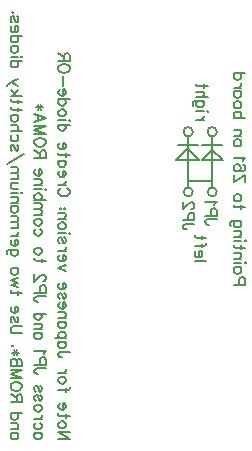
<source format=gbo>
G04 Layer: BottomSilkscreenLayer*
G04 EasyEDA v6.5.29, 2023-07-31 08:11:24*
G04 1ebaea4ae95649dd8011ffabadda3e85,10*
G04 Gerber Generator version 0.2*
G04 Scale: 100 percent, Rotated: No, Reflected: No *
G04 Dimensions in millimeters *
G04 leading zeros omitted , absolute positions ,4 integer and 5 decimal *
%FSLAX45Y45*%
%MOMM*%

%ADD10C,0.1524*%
%ADD11C,0.2000*%

%LPD*%
D10*
X1447109Y-3733800D02*
G01*
X1351653Y-3733800D01*
X1447109Y-3733800D02*
G01*
X1351653Y-3670162D01*
X1447109Y-3670162D02*
G01*
X1351653Y-3670162D01*
X1415290Y-3617437D02*
G01*
X1410746Y-3626528D01*
X1401653Y-3635618D01*
X1388018Y-3640162D01*
X1378927Y-3640162D01*
X1365290Y-3635618D01*
X1356199Y-3626528D01*
X1351653Y-3617437D01*
X1351653Y-3603800D01*
X1356199Y-3594709D01*
X1365290Y-3585618D01*
X1378927Y-3581072D01*
X1388018Y-3581072D01*
X1401653Y-3585618D01*
X1410746Y-3594709D01*
X1415290Y-3603800D01*
X1415290Y-3617437D01*
X1447109Y-3537437D02*
G01*
X1369837Y-3537437D01*
X1356199Y-3532891D01*
X1351653Y-3523800D01*
X1351653Y-3514709D01*
X1415290Y-3551072D02*
G01*
X1415290Y-3519253D01*
X1388018Y-3484709D02*
G01*
X1388018Y-3430163D01*
X1397109Y-3430163D01*
X1406199Y-3434709D01*
X1410746Y-3439253D01*
X1415290Y-3448347D01*
X1415290Y-3461981D01*
X1410746Y-3471072D01*
X1401653Y-3480163D01*
X1388018Y-3484709D01*
X1378927Y-3484709D01*
X1365290Y-3480163D01*
X1356199Y-3471072D01*
X1351653Y-3461981D01*
X1351653Y-3448347D01*
X1356199Y-3439253D01*
X1365290Y-3430163D01*
X1447109Y-3293800D02*
G01*
X1447109Y-3302891D01*
X1442562Y-3311982D01*
X1428927Y-3316528D01*
X1351653Y-3316528D01*
X1415290Y-3330163D02*
G01*
X1415290Y-3298347D01*
X1415290Y-3241073D02*
G01*
X1410746Y-3250163D01*
X1401653Y-3259254D01*
X1388018Y-3263800D01*
X1378927Y-3263800D01*
X1365290Y-3259254D01*
X1356199Y-3250163D01*
X1351653Y-3241073D01*
X1351653Y-3227438D01*
X1356199Y-3218347D01*
X1365290Y-3209254D01*
X1378927Y-3204710D01*
X1388018Y-3204710D01*
X1401653Y-3209254D01*
X1410746Y-3218347D01*
X1415290Y-3227438D01*
X1415290Y-3241073D01*
X1415290Y-3174710D02*
G01*
X1351653Y-3174710D01*
X1388018Y-3174710D02*
G01*
X1401653Y-3170163D01*
X1410746Y-3161073D01*
X1415290Y-3151982D01*
X1415290Y-3138347D01*
X1447109Y-2992892D02*
G01*
X1374381Y-2992892D01*
X1360746Y-2997438D01*
X1356199Y-3001982D01*
X1351653Y-3011073D01*
X1351653Y-3020164D01*
X1356199Y-3029254D01*
X1360746Y-3033801D01*
X1374381Y-3038347D01*
X1383471Y-3038347D01*
X1415290Y-2908348D02*
G01*
X1351653Y-2908348D01*
X1401653Y-2908348D02*
G01*
X1410746Y-2917438D01*
X1415290Y-2926529D01*
X1415290Y-2940164D01*
X1410746Y-2949254D01*
X1401653Y-2958348D01*
X1388018Y-2962892D01*
X1378927Y-2962892D01*
X1365290Y-2958348D01*
X1356199Y-2949254D01*
X1351653Y-2940164D01*
X1351653Y-2926529D01*
X1356199Y-2917438D01*
X1365290Y-2908348D01*
X1415290Y-2878348D02*
G01*
X1319837Y-2878348D01*
X1401653Y-2878348D02*
G01*
X1410746Y-2869255D01*
X1415290Y-2860164D01*
X1415290Y-2846529D01*
X1410746Y-2837439D01*
X1401653Y-2828348D01*
X1388018Y-2823801D01*
X1378927Y-2823801D01*
X1365290Y-2828348D01*
X1356199Y-2837439D01*
X1351653Y-2846529D01*
X1351653Y-2860164D01*
X1356199Y-2869255D01*
X1365290Y-2878348D01*
X1415290Y-2739255D02*
G01*
X1351653Y-2739255D01*
X1401653Y-2739255D02*
G01*
X1410746Y-2748348D01*
X1415290Y-2757439D01*
X1415290Y-2771073D01*
X1410746Y-2780164D01*
X1401653Y-2789255D01*
X1388018Y-2793801D01*
X1378927Y-2793801D01*
X1365290Y-2789255D01*
X1356199Y-2780164D01*
X1351653Y-2771073D01*
X1351653Y-2757439D01*
X1356199Y-2748348D01*
X1365290Y-2739255D01*
X1415290Y-2709255D02*
G01*
X1351653Y-2709255D01*
X1397109Y-2709255D02*
G01*
X1410746Y-2695620D01*
X1415290Y-2686530D01*
X1415290Y-2672892D01*
X1410746Y-2663802D01*
X1397109Y-2659255D01*
X1351653Y-2659255D01*
X1388018Y-2629255D02*
G01*
X1388018Y-2574711D01*
X1397109Y-2574711D01*
X1406199Y-2579255D01*
X1410746Y-2583802D01*
X1415290Y-2592892D01*
X1415290Y-2606530D01*
X1410746Y-2615620D01*
X1401653Y-2624711D01*
X1388018Y-2629255D01*
X1378927Y-2629255D01*
X1365290Y-2624711D01*
X1356199Y-2615620D01*
X1351653Y-2606530D01*
X1351653Y-2592892D01*
X1356199Y-2583802D01*
X1365290Y-2574711D01*
X1401653Y-2494711D02*
G01*
X1410746Y-2499255D01*
X1415290Y-2512893D01*
X1415290Y-2526530D01*
X1410746Y-2540165D01*
X1401653Y-2544711D01*
X1392562Y-2540165D01*
X1388018Y-2531074D01*
X1383471Y-2508349D01*
X1378927Y-2499255D01*
X1369837Y-2494711D01*
X1365290Y-2494711D01*
X1356199Y-2499255D01*
X1351653Y-2512893D01*
X1351653Y-2526530D01*
X1356199Y-2540165D01*
X1365290Y-2544711D01*
X1388018Y-2464711D02*
G01*
X1388018Y-2410165D01*
X1397109Y-2410165D01*
X1406199Y-2414711D01*
X1410746Y-2419256D01*
X1415290Y-2428349D01*
X1415290Y-2441983D01*
X1410746Y-2451074D01*
X1401653Y-2460165D01*
X1388018Y-2464711D01*
X1378927Y-2464711D01*
X1365290Y-2460165D01*
X1356199Y-2451074D01*
X1351653Y-2441983D01*
X1351653Y-2428349D01*
X1356199Y-2419256D01*
X1365290Y-2410165D01*
X1415290Y-2310165D02*
G01*
X1351653Y-2282893D01*
X1415290Y-2255621D02*
G01*
X1351653Y-2282893D01*
X1388018Y-2225621D02*
G01*
X1388018Y-2171075D01*
X1397109Y-2171075D01*
X1406199Y-2175621D01*
X1410746Y-2180165D01*
X1415290Y-2189256D01*
X1415290Y-2202893D01*
X1410746Y-2211984D01*
X1401653Y-2221075D01*
X1388018Y-2225621D01*
X1378927Y-2225621D01*
X1365290Y-2221075D01*
X1356199Y-2211984D01*
X1351653Y-2202893D01*
X1351653Y-2189256D01*
X1356199Y-2180165D01*
X1365290Y-2171075D01*
X1415290Y-2141075D02*
G01*
X1351653Y-2141075D01*
X1388018Y-2141075D02*
G01*
X1401653Y-2136531D01*
X1410746Y-2127440D01*
X1415290Y-2118349D01*
X1415290Y-2104712D01*
X1401653Y-2024712D02*
G01*
X1410746Y-2029256D01*
X1415290Y-2042894D01*
X1415290Y-2056531D01*
X1410746Y-2070166D01*
X1401653Y-2074712D01*
X1392562Y-2070166D01*
X1388018Y-2061075D01*
X1383471Y-2038350D01*
X1378927Y-2029256D01*
X1369837Y-2024712D01*
X1365290Y-2024712D01*
X1356199Y-2029256D01*
X1351653Y-2042894D01*
X1351653Y-2056531D01*
X1356199Y-2070166D01*
X1365290Y-2074712D01*
X1447109Y-1994712D02*
G01*
X1442562Y-1990166D01*
X1447109Y-1985622D01*
X1451653Y-1990166D01*
X1447109Y-1994712D01*
X1415290Y-1990166D02*
G01*
X1351653Y-1990166D01*
X1415290Y-1932894D02*
G01*
X1410746Y-1941984D01*
X1401653Y-1951075D01*
X1388018Y-1955622D01*
X1378927Y-1955622D01*
X1365290Y-1951075D01*
X1356199Y-1941984D01*
X1351653Y-1932894D01*
X1351653Y-1919257D01*
X1356199Y-1910166D01*
X1365290Y-1901075D01*
X1378927Y-1896531D01*
X1388018Y-1896531D01*
X1401653Y-1901075D01*
X1410746Y-1910166D01*
X1415290Y-1919257D01*
X1415290Y-1932894D01*
X1415290Y-1866531D02*
G01*
X1351653Y-1866531D01*
X1397109Y-1866531D02*
G01*
X1410746Y-1852894D01*
X1415290Y-1843803D01*
X1415290Y-1830166D01*
X1410746Y-1821075D01*
X1397109Y-1816531D01*
X1351653Y-1816531D01*
X1406199Y-1781985D02*
G01*
X1401653Y-1786531D01*
X1397109Y-1781985D01*
X1401653Y-1777441D01*
X1406199Y-1781985D01*
X1374381Y-1781985D02*
G01*
X1369837Y-1786531D01*
X1365290Y-1781985D01*
X1369837Y-1777441D01*
X1374381Y-1781985D01*
X1424381Y-1609257D02*
G01*
X1433471Y-1613804D01*
X1442562Y-1622894D01*
X1447109Y-1631985D01*
X1447109Y-1650166D01*
X1442562Y-1659257D01*
X1433471Y-1668350D01*
X1424381Y-1672894D01*
X1410746Y-1677441D01*
X1388018Y-1677441D01*
X1374381Y-1672894D01*
X1365290Y-1668350D01*
X1356199Y-1659257D01*
X1351653Y-1650166D01*
X1351653Y-1631985D01*
X1356199Y-1622894D01*
X1365290Y-1613804D01*
X1374381Y-1609257D01*
X1415290Y-1579257D02*
G01*
X1351653Y-1579257D01*
X1388018Y-1579257D02*
G01*
X1401653Y-1574713D01*
X1410746Y-1565622D01*
X1415290Y-1556532D01*
X1415290Y-1542895D01*
X1388018Y-1512895D02*
G01*
X1388018Y-1458351D01*
X1397109Y-1458351D01*
X1406199Y-1462895D01*
X1410746Y-1467441D01*
X1415290Y-1476532D01*
X1415290Y-1490167D01*
X1410746Y-1499257D01*
X1401653Y-1508351D01*
X1388018Y-1512895D01*
X1378927Y-1512895D01*
X1365290Y-1508351D01*
X1356199Y-1499257D01*
X1351653Y-1490167D01*
X1351653Y-1476532D01*
X1356199Y-1467441D01*
X1365290Y-1458351D01*
X1415290Y-1373804D02*
G01*
X1351653Y-1373804D01*
X1401653Y-1373804D02*
G01*
X1410746Y-1382895D01*
X1415290Y-1391986D01*
X1415290Y-1405623D01*
X1410746Y-1414713D01*
X1401653Y-1423804D01*
X1388018Y-1428351D01*
X1378927Y-1428351D01*
X1365290Y-1423804D01*
X1356199Y-1414713D01*
X1351653Y-1405623D01*
X1351653Y-1391986D01*
X1356199Y-1382895D01*
X1365290Y-1373804D01*
X1447109Y-1330167D02*
G01*
X1369837Y-1330167D01*
X1356199Y-1325623D01*
X1351653Y-1316532D01*
X1351653Y-1307442D01*
X1415290Y-1343804D02*
G01*
X1415290Y-1311986D01*
X1388018Y-1277442D02*
G01*
X1388018Y-1222895D01*
X1397109Y-1222895D01*
X1406199Y-1227442D01*
X1410746Y-1231986D01*
X1415290Y-1241077D01*
X1415290Y-1254714D01*
X1410746Y-1263804D01*
X1401653Y-1272895D01*
X1388018Y-1277442D01*
X1378927Y-1277442D01*
X1365290Y-1272895D01*
X1356199Y-1263804D01*
X1351653Y-1254714D01*
X1351653Y-1241077D01*
X1356199Y-1231986D01*
X1365290Y-1222895D01*
X1447109Y-1068351D02*
G01*
X1351653Y-1068351D01*
X1401653Y-1068351D02*
G01*
X1410746Y-1077442D01*
X1415290Y-1086533D01*
X1415290Y-1100167D01*
X1410746Y-1109258D01*
X1401653Y-1118351D01*
X1388018Y-1122895D01*
X1378927Y-1122895D01*
X1365290Y-1118351D01*
X1356199Y-1109258D01*
X1351653Y-1100167D01*
X1351653Y-1086533D01*
X1356199Y-1077442D01*
X1365290Y-1068351D01*
X1447109Y-1038352D02*
G01*
X1442562Y-1033805D01*
X1447109Y-1029258D01*
X1451653Y-1033805D01*
X1447109Y-1038352D01*
X1415290Y-1033805D02*
G01*
X1351653Y-1033805D01*
X1415290Y-976533D02*
G01*
X1410746Y-985624D01*
X1401653Y-994714D01*
X1388018Y-999258D01*
X1378927Y-999258D01*
X1365290Y-994714D01*
X1356199Y-985624D01*
X1351653Y-976533D01*
X1351653Y-962896D01*
X1356199Y-953805D01*
X1365290Y-944714D01*
X1378927Y-940168D01*
X1388018Y-940168D01*
X1401653Y-944714D01*
X1410746Y-953805D01*
X1415290Y-962896D01*
X1415290Y-976533D01*
X1447109Y-855624D02*
G01*
X1351653Y-855624D01*
X1401653Y-855624D02*
G01*
X1410746Y-864715D01*
X1415290Y-873805D01*
X1415290Y-887442D01*
X1410746Y-896533D01*
X1401653Y-905624D01*
X1388018Y-910168D01*
X1378927Y-910168D01*
X1365290Y-905624D01*
X1356199Y-896533D01*
X1351653Y-887442D01*
X1351653Y-873805D01*
X1356199Y-864715D01*
X1365290Y-855624D01*
X1388018Y-825624D02*
G01*
X1388018Y-771077D01*
X1397109Y-771077D01*
X1406199Y-775624D01*
X1410746Y-780168D01*
X1415290Y-789259D01*
X1415290Y-802896D01*
X1410746Y-811987D01*
X1401653Y-821077D01*
X1388018Y-825624D01*
X1378927Y-825624D01*
X1365290Y-821077D01*
X1356199Y-811987D01*
X1351653Y-802896D01*
X1351653Y-789259D01*
X1356199Y-780168D01*
X1365290Y-771077D01*
X1392562Y-741078D02*
G01*
X1392562Y-659259D01*
X1447109Y-601987D02*
G01*
X1442562Y-611078D01*
X1433471Y-620168D01*
X1424381Y-624715D01*
X1410746Y-629259D01*
X1388018Y-629259D01*
X1374381Y-624715D01*
X1365290Y-620168D01*
X1356199Y-611078D01*
X1351653Y-601987D01*
X1351653Y-583806D01*
X1356199Y-574715D01*
X1365290Y-565624D01*
X1374381Y-561078D01*
X1388018Y-556534D01*
X1410746Y-556534D01*
X1424381Y-561078D01*
X1433471Y-565624D01*
X1442562Y-574715D01*
X1447109Y-583806D01*
X1447109Y-601987D01*
X1447109Y-526534D02*
G01*
X1351653Y-526534D01*
X1447109Y-526534D02*
G01*
X1447109Y-485625D01*
X1442562Y-471987D01*
X1438018Y-467443D01*
X1428927Y-462897D01*
X1419837Y-462897D01*
X1410746Y-467443D01*
X1406199Y-471987D01*
X1401653Y-485625D01*
X1401653Y-526534D01*
X1401653Y-494715D02*
G01*
X1351653Y-462897D01*
X1213690Y-3679253D02*
G01*
X1150053Y-3679253D01*
X1200053Y-3679253D02*
G01*
X1209146Y-3688346D01*
X1213690Y-3697437D01*
X1213690Y-3711072D01*
X1209146Y-3720162D01*
X1200053Y-3729253D01*
X1186418Y-3733800D01*
X1177328Y-3733800D01*
X1163690Y-3729253D01*
X1154600Y-3720162D01*
X1150053Y-3711072D01*
X1150053Y-3697437D01*
X1154600Y-3688346D01*
X1163690Y-3679253D01*
X1200053Y-3594709D02*
G01*
X1209146Y-3603800D01*
X1213690Y-3612890D01*
X1213690Y-3626528D01*
X1209146Y-3635618D01*
X1200053Y-3644709D01*
X1186418Y-3649253D01*
X1177328Y-3649253D01*
X1163690Y-3644709D01*
X1154600Y-3635618D01*
X1150053Y-3626528D01*
X1150053Y-3612890D01*
X1154600Y-3603800D01*
X1163690Y-3594709D01*
X1213690Y-3564709D02*
G01*
X1150053Y-3564709D01*
X1186418Y-3564709D02*
G01*
X1200053Y-3560163D01*
X1209146Y-3551072D01*
X1213690Y-3541981D01*
X1213690Y-3528347D01*
X1213690Y-3475619D02*
G01*
X1209146Y-3484709D01*
X1200053Y-3493800D01*
X1186418Y-3498347D01*
X1177328Y-3498347D01*
X1163690Y-3493800D01*
X1154600Y-3484709D01*
X1150053Y-3475619D01*
X1150053Y-3461981D01*
X1154600Y-3452891D01*
X1163690Y-3443800D01*
X1177328Y-3439253D01*
X1186418Y-3439253D01*
X1200053Y-3443800D01*
X1209146Y-3452891D01*
X1213690Y-3461981D01*
X1213690Y-3475619D01*
X1200053Y-3359254D02*
G01*
X1209146Y-3363800D01*
X1213690Y-3377437D01*
X1213690Y-3391072D01*
X1209146Y-3404709D01*
X1200053Y-3409254D01*
X1190962Y-3404709D01*
X1186418Y-3395619D01*
X1181872Y-3372891D01*
X1177328Y-3363800D01*
X1168237Y-3359254D01*
X1163690Y-3359254D01*
X1154600Y-3363800D01*
X1150053Y-3377437D01*
X1150053Y-3391072D01*
X1154600Y-3404709D01*
X1163690Y-3409254D01*
X1200053Y-3279254D02*
G01*
X1209146Y-3283800D01*
X1213690Y-3297438D01*
X1213690Y-3311072D01*
X1209146Y-3324710D01*
X1200053Y-3329254D01*
X1190962Y-3324710D01*
X1186418Y-3315619D01*
X1181872Y-3292891D01*
X1177328Y-3283800D01*
X1168237Y-3279254D01*
X1163690Y-3279254D01*
X1154600Y-3283800D01*
X1150053Y-3297438D01*
X1150053Y-3311072D01*
X1154600Y-3324710D01*
X1163690Y-3329254D01*
X1245509Y-3133801D02*
G01*
X1172781Y-3133801D01*
X1159146Y-3138347D01*
X1154600Y-3142891D01*
X1150053Y-3151982D01*
X1150053Y-3161073D01*
X1154600Y-3170163D01*
X1159146Y-3174710D01*
X1172781Y-3179254D01*
X1181872Y-3179254D01*
X1245509Y-3103801D02*
G01*
X1150053Y-3103801D01*
X1245509Y-3103801D02*
G01*
X1245509Y-3062892D01*
X1240962Y-3049254D01*
X1236418Y-3044710D01*
X1227328Y-3040164D01*
X1213690Y-3040164D01*
X1204600Y-3044710D01*
X1200053Y-3049254D01*
X1195509Y-3062892D01*
X1195509Y-3103801D01*
X1227328Y-3010164D02*
G01*
X1231872Y-3001073D01*
X1245509Y-2987438D01*
X1150053Y-2987438D01*
X1213690Y-2832892D02*
G01*
X1150053Y-2832892D01*
X1200053Y-2832892D02*
G01*
X1209146Y-2841983D01*
X1213690Y-2851073D01*
X1213690Y-2864711D01*
X1209146Y-2873801D01*
X1200053Y-2882892D01*
X1186418Y-2887438D01*
X1177328Y-2887438D01*
X1163690Y-2882892D01*
X1154600Y-2873801D01*
X1150053Y-2864711D01*
X1150053Y-2851073D01*
X1154600Y-2841983D01*
X1163690Y-2832892D01*
X1213690Y-2802892D02*
G01*
X1150053Y-2802892D01*
X1195509Y-2802892D02*
G01*
X1209146Y-2789255D01*
X1213690Y-2780164D01*
X1213690Y-2766529D01*
X1209146Y-2757439D01*
X1195509Y-2752892D01*
X1150053Y-2752892D01*
X1245509Y-2668348D02*
G01*
X1150053Y-2668348D01*
X1200053Y-2668348D02*
G01*
X1209146Y-2677439D01*
X1213690Y-2686530D01*
X1213690Y-2700164D01*
X1209146Y-2709255D01*
X1200053Y-2718348D01*
X1186418Y-2722892D01*
X1177328Y-2722892D01*
X1163690Y-2718348D01*
X1154600Y-2709255D01*
X1150053Y-2700164D01*
X1150053Y-2686530D01*
X1154600Y-2677439D01*
X1163690Y-2668348D01*
X1245509Y-2522893D02*
G01*
X1172781Y-2522893D01*
X1159146Y-2527439D01*
X1154600Y-2531983D01*
X1150053Y-2541074D01*
X1150053Y-2550165D01*
X1154600Y-2559255D01*
X1159146Y-2563802D01*
X1172781Y-2568348D01*
X1181872Y-2568348D01*
X1245509Y-2492893D02*
G01*
X1150053Y-2492893D01*
X1245509Y-2492893D02*
G01*
X1245509Y-2451983D01*
X1240962Y-2438349D01*
X1236418Y-2433802D01*
X1227328Y-2429255D01*
X1213690Y-2429255D01*
X1204600Y-2433802D01*
X1200053Y-2438349D01*
X1195509Y-2451983D01*
X1195509Y-2492893D01*
X1222781Y-2394712D02*
G01*
X1227328Y-2394712D01*
X1236418Y-2390165D01*
X1240962Y-2385621D01*
X1245509Y-2376530D01*
X1245509Y-2358349D01*
X1240962Y-2349256D01*
X1236418Y-2344712D01*
X1227328Y-2340165D01*
X1218237Y-2340165D01*
X1209146Y-2344712D01*
X1195509Y-2353802D01*
X1150053Y-2399256D01*
X1150053Y-2335621D01*
X1245509Y-2221984D02*
G01*
X1168237Y-2221984D01*
X1154600Y-2217440D01*
X1150053Y-2208349D01*
X1150053Y-2199256D01*
X1213690Y-2235621D02*
G01*
X1213690Y-2203803D01*
X1213690Y-2146531D02*
G01*
X1209146Y-2155621D01*
X1200053Y-2164712D01*
X1186418Y-2169256D01*
X1177328Y-2169256D01*
X1163690Y-2164712D01*
X1154600Y-2155621D01*
X1150053Y-2146531D01*
X1150053Y-2132893D01*
X1154600Y-2123803D01*
X1163690Y-2114712D01*
X1177328Y-2110165D01*
X1186418Y-2110165D01*
X1200053Y-2114712D01*
X1209146Y-2123803D01*
X1213690Y-2132893D01*
X1213690Y-2146531D01*
X1200053Y-1955622D02*
G01*
X1209146Y-1964712D01*
X1213690Y-1973803D01*
X1213690Y-1987440D01*
X1209146Y-1996531D01*
X1200053Y-2005622D01*
X1186418Y-2010166D01*
X1177328Y-2010166D01*
X1163690Y-2005622D01*
X1154600Y-1996531D01*
X1150053Y-1987440D01*
X1150053Y-1973803D01*
X1154600Y-1964712D01*
X1163690Y-1955622D01*
X1213690Y-1902894D02*
G01*
X1209146Y-1911985D01*
X1200053Y-1921075D01*
X1186418Y-1925622D01*
X1177328Y-1925622D01*
X1163690Y-1921075D01*
X1154600Y-1911985D01*
X1150053Y-1902894D01*
X1150053Y-1889257D01*
X1154600Y-1880166D01*
X1163690Y-1871075D01*
X1177328Y-1866531D01*
X1186418Y-1866531D01*
X1200053Y-1871075D01*
X1209146Y-1880166D01*
X1213690Y-1889257D01*
X1213690Y-1902894D01*
X1213690Y-1836531D02*
G01*
X1150053Y-1836531D01*
X1195509Y-1836531D02*
G01*
X1209146Y-1822894D01*
X1213690Y-1813803D01*
X1213690Y-1800166D01*
X1209146Y-1791075D01*
X1195509Y-1786531D01*
X1150053Y-1786531D01*
X1195509Y-1786531D02*
G01*
X1209146Y-1772894D01*
X1213690Y-1763803D01*
X1213690Y-1750166D01*
X1209146Y-1741076D01*
X1195509Y-1736531D01*
X1150053Y-1736531D01*
X1245509Y-1706532D02*
G01*
X1150053Y-1706532D01*
X1200053Y-1706532D02*
G01*
X1209146Y-1697441D01*
X1213690Y-1688350D01*
X1213690Y-1674713D01*
X1209146Y-1665622D01*
X1200053Y-1656532D01*
X1186418Y-1651985D01*
X1177328Y-1651985D01*
X1163690Y-1656532D01*
X1154600Y-1665622D01*
X1150053Y-1674713D01*
X1150053Y-1688350D01*
X1154600Y-1697441D01*
X1163690Y-1706532D01*
X1245509Y-1621985D02*
G01*
X1240962Y-1617441D01*
X1245509Y-1612894D01*
X1250053Y-1617441D01*
X1245509Y-1621985D01*
X1213690Y-1617441D02*
G01*
X1150053Y-1617441D01*
X1213690Y-1582894D02*
G01*
X1150053Y-1582894D01*
X1195509Y-1582894D02*
G01*
X1209146Y-1569257D01*
X1213690Y-1560167D01*
X1213690Y-1546532D01*
X1209146Y-1537441D01*
X1195509Y-1532895D01*
X1150053Y-1532895D01*
X1186418Y-1502895D02*
G01*
X1186418Y-1448351D01*
X1195509Y-1448351D01*
X1204600Y-1452895D01*
X1209146Y-1457441D01*
X1213690Y-1466532D01*
X1213690Y-1480167D01*
X1209146Y-1489257D01*
X1200053Y-1498351D01*
X1186418Y-1502895D01*
X1177328Y-1502895D01*
X1163690Y-1498351D01*
X1154600Y-1489257D01*
X1150053Y-1480167D01*
X1150053Y-1466532D01*
X1154600Y-1457441D01*
X1163690Y-1448351D01*
X1245509Y-1348351D02*
G01*
X1150053Y-1348351D01*
X1245509Y-1348351D02*
G01*
X1245509Y-1307442D01*
X1240962Y-1293804D01*
X1236418Y-1289258D01*
X1227328Y-1284714D01*
X1218237Y-1284714D01*
X1209146Y-1289258D01*
X1204600Y-1293804D01*
X1200053Y-1307442D01*
X1200053Y-1348351D01*
X1200053Y-1316532D02*
G01*
X1150053Y-1284714D01*
X1245509Y-1227442D02*
G01*
X1240962Y-1236532D01*
X1231872Y-1245623D01*
X1222781Y-1250167D01*
X1209146Y-1254714D01*
X1186418Y-1254714D01*
X1172781Y-1250167D01*
X1163690Y-1245623D01*
X1154600Y-1236532D01*
X1150053Y-1227442D01*
X1150053Y-1209258D01*
X1154600Y-1200167D01*
X1163690Y-1191077D01*
X1172781Y-1186533D01*
X1186418Y-1181986D01*
X1209146Y-1181986D01*
X1222781Y-1186533D01*
X1231872Y-1191077D01*
X1240962Y-1200167D01*
X1245509Y-1209258D01*
X1245509Y-1227442D01*
X1245509Y-1151986D02*
G01*
X1150053Y-1151986D01*
X1245509Y-1151986D02*
G01*
X1150053Y-1115623D01*
X1245509Y-1079258D02*
G01*
X1150053Y-1115623D01*
X1245509Y-1079258D02*
G01*
X1150053Y-1079258D01*
X1245509Y-1012896D02*
G01*
X1150053Y-1049258D01*
X1245509Y-1012896D02*
G01*
X1150053Y-976533D01*
X1181872Y-1035624D02*
G01*
X1181872Y-990168D01*
X1218237Y-923805D02*
G01*
X1163690Y-923805D01*
X1204600Y-946533D02*
G01*
X1177328Y-901077D01*
X1204600Y-901077D02*
G01*
X1177328Y-946533D01*
X1012090Y-3679253D02*
G01*
X948453Y-3679253D01*
X998453Y-3679253D02*
G01*
X1007546Y-3688346D01*
X1012090Y-3697437D01*
X1012090Y-3711072D01*
X1007546Y-3720162D01*
X998453Y-3729253D01*
X984818Y-3733800D01*
X975728Y-3733800D01*
X962091Y-3729253D01*
X953000Y-3720162D01*
X948453Y-3711072D01*
X948453Y-3697437D01*
X953000Y-3688346D01*
X962091Y-3679253D01*
X1012090Y-3649253D02*
G01*
X948453Y-3649253D01*
X993909Y-3649253D02*
G01*
X1007546Y-3635618D01*
X1012090Y-3626528D01*
X1012090Y-3612890D01*
X1007546Y-3603800D01*
X993909Y-3599253D01*
X948453Y-3599253D01*
X1043909Y-3514709D02*
G01*
X948453Y-3514709D01*
X998453Y-3514709D02*
G01*
X1007546Y-3523800D01*
X1012090Y-3532891D01*
X1012090Y-3546528D01*
X1007546Y-3555619D01*
X998453Y-3564709D01*
X984818Y-3569253D01*
X975728Y-3569253D01*
X962091Y-3564709D01*
X953000Y-3555619D01*
X948453Y-3546528D01*
X948453Y-3532891D01*
X953000Y-3523800D01*
X962091Y-3514709D01*
X1043909Y-3414709D02*
G01*
X948453Y-3414709D01*
X1043909Y-3414709D02*
G01*
X1043909Y-3373800D01*
X1039362Y-3360163D01*
X1034818Y-3355619D01*
X1025728Y-3351072D01*
X1016637Y-3351072D01*
X1007546Y-3355619D01*
X1003000Y-3360163D01*
X998453Y-3373800D01*
X998453Y-3414709D01*
X998453Y-3382891D02*
G01*
X948453Y-3351072D01*
X1043909Y-3293800D02*
G01*
X1039362Y-3302891D01*
X1030272Y-3311982D01*
X1021181Y-3316528D01*
X1007546Y-3321072D01*
X984818Y-3321072D01*
X971181Y-3316528D01*
X962091Y-3311982D01*
X953000Y-3302891D01*
X948453Y-3293800D01*
X948453Y-3275619D01*
X953000Y-3266528D01*
X962091Y-3257438D01*
X971181Y-3252891D01*
X984818Y-3248347D01*
X1007546Y-3248347D01*
X1021181Y-3252891D01*
X1030272Y-3257438D01*
X1039362Y-3266528D01*
X1043909Y-3275619D01*
X1043909Y-3293800D01*
X1043909Y-3218347D02*
G01*
X948453Y-3218347D01*
X1043909Y-3218347D02*
G01*
X948453Y-3181982D01*
X1043909Y-3145619D02*
G01*
X948453Y-3181982D01*
X1043909Y-3145619D02*
G01*
X948453Y-3145619D01*
X1043909Y-3115619D02*
G01*
X948453Y-3115619D01*
X1043909Y-3115619D02*
G01*
X1043909Y-3074710D01*
X1039362Y-3061073D01*
X1034818Y-3056529D01*
X1025728Y-3051982D01*
X1016637Y-3051982D01*
X1007546Y-3056529D01*
X1003000Y-3061073D01*
X998453Y-3074710D01*
X998453Y-3115619D02*
G01*
X998453Y-3074710D01*
X993909Y-3061073D01*
X989363Y-3056529D01*
X980272Y-3051982D01*
X966637Y-3051982D01*
X957546Y-3056529D01*
X953000Y-3061073D01*
X948453Y-3074710D01*
X948453Y-3115619D01*
X1016637Y-2999254D02*
G01*
X962091Y-2999254D01*
X1003000Y-3021982D02*
G01*
X975728Y-2976529D01*
X1003000Y-2976529D02*
G01*
X975728Y-3021982D01*
X971181Y-2941982D02*
G01*
X966637Y-2946529D01*
X962091Y-2941982D01*
X966637Y-2937438D01*
X971181Y-2941982D01*
X1043909Y-2837439D02*
G01*
X975728Y-2837439D01*
X962091Y-2832892D01*
X953000Y-2823801D01*
X948453Y-2810164D01*
X948453Y-2801073D01*
X953000Y-2787439D01*
X962091Y-2778348D01*
X975728Y-2773801D01*
X1043909Y-2773801D01*
X998453Y-2693802D02*
G01*
X1007546Y-2698348D01*
X1012090Y-2711983D01*
X1012090Y-2725620D01*
X1007546Y-2739255D01*
X998453Y-2743801D01*
X989363Y-2739255D01*
X984818Y-2730164D01*
X980272Y-2707439D01*
X975728Y-2698348D01*
X966637Y-2693802D01*
X962091Y-2693802D01*
X953000Y-2698348D01*
X948453Y-2711983D01*
X948453Y-2725620D01*
X953000Y-2739255D01*
X962091Y-2743801D01*
X984818Y-2663802D02*
G01*
X984818Y-2609255D01*
X993909Y-2609255D01*
X1003000Y-2613802D01*
X1007546Y-2618348D01*
X1012090Y-2627439D01*
X1012090Y-2641074D01*
X1007546Y-2650164D01*
X998453Y-2659255D01*
X984818Y-2663802D01*
X975728Y-2663802D01*
X962091Y-2659255D01*
X953000Y-2650164D01*
X948453Y-2641074D01*
X948453Y-2627439D01*
X953000Y-2618348D01*
X962091Y-2609255D01*
X1043909Y-2495621D02*
G01*
X966637Y-2495621D01*
X953000Y-2491074D01*
X948453Y-2481983D01*
X948453Y-2472893D01*
X1012090Y-2509255D02*
G01*
X1012090Y-2477439D01*
X1012090Y-2442893D02*
G01*
X948453Y-2424711D01*
X1012090Y-2406530D02*
G01*
X948453Y-2424711D01*
X1012090Y-2406530D02*
G01*
X948453Y-2388349D01*
X1012090Y-2370165D02*
G01*
X948453Y-2388349D01*
X1012090Y-2317440D02*
G01*
X1007546Y-2326530D01*
X998453Y-2335621D01*
X984818Y-2340165D01*
X975728Y-2340165D01*
X962091Y-2335621D01*
X953000Y-2326530D01*
X948453Y-2317440D01*
X948453Y-2303802D01*
X953000Y-2294712D01*
X962091Y-2285621D01*
X975728Y-2281074D01*
X984818Y-2281074D01*
X998453Y-2285621D01*
X1007546Y-2294712D01*
X1012090Y-2303802D01*
X1012090Y-2317440D01*
X1012090Y-2126531D02*
G01*
X939363Y-2126531D01*
X925728Y-2131075D01*
X921181Y-2135621D01*
X916637Y-2144712D01*
X916637Y-2158349D01*
X921181Y-2167440D01*
X998453Y-2126531D02*
G01*
X1007546Y-2135621D01*
X1012090Y-2144712D01*
X1012090Y-2158349D01*
X1007546Y-2167440D01*
X998453Y-2176531D01*
X984818Y-2181075D01*
X975728Y-2181075D01*
X962091Y-2176531D01*
X953000Y-2167440D01*
X948453Y-2158349D01*
X948453Y-2144712D01*
X953000Y-2135621D01*
X962091Y-2126531D01*
X984818Y-2096531D02*
G01*
X984818Y-2041984D01*
X993909Y-2041984D01*
X1003000Y-2046531D01*
X1007546Y-2051075D01*
X1012090Y-2060166D01*
X1012090Y-2073803D01*
X1007546Y-2082893D01*
X998453Y-2091984D01*
X984818Y-2096531D01*
X975728Y-2096531D01*
X962091Y-2091984D01*
X953000Y-2082893D01*
X948453Y-2073803D01*
X948453Y-2060166D01*
X953000Y-2051075D01*
X962091Y-2041984D01*
X1012090Y-2011984D02*
G01*
X948453Y-2011984D01*
X984818Y-2011984D02*
G01*
X998453Y-2007440D01*
X1007546Y-1998350D01*
X1012090Y-1989256D01*
X1012090Y-1975622D01*
X1012090Y-1945622D02*
G01*
X948453Y-1945622D01*
X993909Y-1945622D02*
G01*
X1007546Y-1931984D01*
X1012090Y-1922894D01*
X1012090Y-1909257D01*
X1007546Y-1900166D01*
X993909Y-1895622D01*
X948453Y-1895622D01*
X993909Y-1895622D02*
G01*
X1007546Y-1881985D01*
X1012090Y-1872894D01*
X1012090Y-1859257D01*
X1007546Y-1850166D01*
X993909Y-1845622D01*
X948453Y-1845622D01*
X1012090Y-1761075D02*
G01*
X948453Y-1761075D01*
X998453Y-1761075D02*
G01*
X1007546Y-1770166D01*
X1012090Y-1779257D01*
X1012090Y-1792894D01*
X1007546Y-1801985D01*
X998453Y-1811075D01*
X984818Y-1815622D01*
X975728Y-1815622D01*
X962091Y-1811075D01*
X953000Y-1801985D01*
X948453Y-1792894D01*
X948453Y-1779257D01*
X953000Y-1770166D01*
X962091Y-1761075D01*
X1012090Y-1731076D02*
G01*
X948453Y-1731076D01*
X993909Y-1731076D02*
G01*
X1007546Y-1717441D01*
X1012090Y-1708350D01*
X1012090Y-1694713D01*
X1007546Y-1685622D01*
X993909Y-1681076D01*
X948453Y-1681076D01*
X1043909Y-1651076D02*
G01*
X1039362Y-1646532D01*
X1043909Y-1641985D01*
X1048453Y-1646532D01*
X1043909Y-1651076D01*
X1012090Y-1646532D02*
G01*
X948453Y-1646532D01*
X1012090Y-1611985D02*
G01*
X966637Y-1611985D01*
X953000Y-1607441D01*
X948453Y-1598350D01*
X948453Y-1584713D01*
X953000Y-1575622D01*
X966637Y-1561985D01*
X1012090Y-1561985D02*
G01*
X948453Y-1561985D01*
X1012090Y-1531985D02*
G01*
X948453Y-1531985D01*
X993909Y-1531985D02*
G01*
X1007546Y-1518351D01*
X1012090Y-1509257D01*
X1012090Y-1495623D01*
X1007546Y-1486532D01*
X993909Y-1481985D01*
X948453Y-1481985D01*
X993909Y-1481985D02*
G01*
X1007546Y-1468351D01*
X1012090Y-1459257D01*
X1012090Y-1445623D01*
X1007546Y-1436532D01*
X993909Y-1431985D01*
X948453Y-1431985D01*
X1062090Y-1320167D02*
G01*
X916637Y-1401986D01*
X998453Y-1240167D02*
G01*
X1007546Y-1244714D01*
X1012090Y-1258351D01*
X1012090Y-1271986D01*
X1007546Y-1285623D01*
X998453Y-1290167D01*
X989363Y-1285623D01*
X984818Y-1276532D01*
X980272Y-1253804D01*
X975728Y-1244714D01*
X966637Y-1240167D01*
X962091Y-1240167D01*
X953000Y-1244714D01*
X948453Y-1258351D01*
X948453Y-1271986D01*
X953000Y-1285623D01*
X962091Y-1290167D01*
X998453Y-1155623D02*
G01*
X1007546Y-1164714D01*
X1012090Y-1173805D01*
X1012090Y-1187442D01*
X1007546Y-1196533D01*
X998453Y-1205623D01*
X984818Y-1210167D01*
X975728Y-1210167D01*
X962091Y-1205623D01*
X953000Y-1196533D01*
X948453Y-1187442D01*
X948453Y-1173805D01*
X953000Y-1164714D01*
X962091Y-1155623D01*
X1043909Y-1125623D02*
G01*
X948453Y-1125623D01*
X993909Y-1125623D02*
G01*
X1007546Y-1111986D01*
X1012090Y-1102895D01*
X1012090Y-1089258D01*
X1007546Y-1080168D01*
X993909Y-1075623D01*
X948453Y-1075623D01*
X1012090Y-1022896D02*
G01*
X1007546Y-1031986D01*
X998453Y-1041077D01*
X984818Y-1045624D01*
X975728Y-1045624D01*
X962091Y-1041077D01*
X953000Y-1031986D01*
X948453Y-1022896D01*
X948453Y-1009258D01*
X953000Y-1000168D01*
X962091Y-991077D01*
X975728Y-986533D01*
X984818Y-986533D01*
X998453Y-991077D01*
X1007546Y-1000168D01*
X1012090Y-1009258D01*
X1012090Y-1022896D01*
X1043909Y-942896D02*
G01*
X966637Y-942896D01*
X953000Y-938352D01*
X948453Y-929259D01*
X948453Y-920168D01*
X1012090Y-956533D02*
G01*
X1012090Y-924714D01*
X1043909Y-876533D02*
G01*
X966637Y-876533D01*
X953000Y-871987D01*
X948453Y-862896D01*
X948453Y-853805D01*
X1012090Y-890168D02*
G01*
X1012090Y-858352D01*
X1043909Y-823805D02*
G01*
X948453Y-823805D01*
X1012090Y-778352D02*
G01*
X966637Y-823805D01*
X984818Y-805624D02*
G01*
X948453Y-773805D01*
X1012090Y-739259D02*
G01*
X948453Y-711987D01*
X1012090Y-684715D02*
G01*
X948453Y-711987D01*
X930272Y-721078D01*
X921181Y-730168D01*
X916637Y-739259D01*
X916637Y-743805D01*
X1043909Y-530169D02*
G01*
X948453Y-530169D01*
X998453Y-530169D02*
G01*
X1007546Y-539259D01*
X1012090Y-548352D01*
X1012090Y-561987D01*
X1007546Y-571078D01*
X998453Y-580169D01*
X984818Y-584715D01*
X975728Y-584715D01*
X962091Y-580169D01*
X953000Y-571078D01*
X948453Y-561987D01*
X948453Y-548352D01*
X953000Y-539259D01*
X962091Y-530169D01*
X1043909Y-500169D02*
G01*
X1039362Y-495625D01*
X1043909Y-491078D01*
X1048453Y-495625D01*
X1043909Y-500169D01*
X1012090Y-495625D02*
G01*
X948453Y-495625D01*
X1012090Y-438353D02*
G01*
X1007546Y-447443D01*
X998453Y-456534D01*
X984818Y-461078D01*
X975728Y-461078D01*
X962091Y-456534D01*
X953000Y-447443D01*
X948453Y-438353D01*
X948453Y-424715D01*
X953000Y-415625D01*
X962091Y-406534D01*
X975728Y-401988D01*
X984818Y-401988D01*
X998453Y-406534D01*
X1007546Y-415625D01*
X1012090Y-424715D01*
X1012090Y-438353D01*
X1043909Y-317444D02*
G01*
X948453Y-317444D01*
X998453Y-317444D02*
G01*
X1007546Y-326534D01*
X1012090Y-335625D01*
X1012090Y-349260D01*
X1007546Y-358353D01*
X998453Y-367444D01*
X984818Y-371988D01*
X975728Y-371988D01*
X962091Y-367444D01*
X953000Y-358353D01*
X948453Y-349260D01*
X948453Y-335625D01*
X953000Y-326534D01*
X962091Y-317444D01*
X984818Y-287444D02*
G01*
X984818Y-232897D01*
X993909Y-232897D01*
X1003000Y-237444D01*
X1007546Y-241988D01*
X1012090Y-251079D01*
X1012090Y-264716D01*
X1007546Y-273806D01*
X998453Y-282897D01*
X984818Y-287444D01*
X975728Y-287444D01*
X962091Y-282897D01*
X953000Y-273806D01*
X948453Y-264716D01*
X948453Y-251079D01*
X953000Y-241988D01*
X962091Y-232897D01*
X998453Y-152897D02*
G01*
X1007546Y-157444D01*
X1012090Y-171079D01*
X1012090Y-184716D01*
X1007546Y-198353D01*
X998453Y-202897D01*
X989363Y-198353D01*
X984818Y-189260D01*
X980272Y-166535D01*
X975728Y-157444D01*
X966637Y-152897D01*
X962091Y-152897D01*
X953000Y-157444D01*
X948453Y-171079D01*
X948453Y-184716D01*
X953000Y-198353D01*
X962091Y-202897D01*
X971181Y-118353D02*
G01*
X966637Y-122897D01*
X962091Y-118353D01*
X966637Y-113807D01*
X971181Y-118353D01*
X2501138Y-1910334D02*
G01*
X2428493Y-1910334D01*
X2414777Y-1914905D01*
X2410206Y-1919478D01*
X2405634Y-1928621D01*
X2405634Y-1937512D01*
X2410206Y-1946655D01*
X2414777Y-1951228D01*
X2428493Y-1955800D01*
X2437638Y-1955800D01*
X2501138Y-1880362D02*
G01*
X2405634Y-1880362D01*
X2501138Y-1880362D02*
G01*
X2501138Y-1839468D01*
X2496565Y-1825752D01*
X2491993Y-1821179D01*
X2483104Y-1816607D01*
X2469388Y-1816607D01*
X2460243Y-1821179D01*
X2455672Y-1825752D01*
X2451100Y-1839468D01*
X2451100Y-1880362D01*
X2478531Y-1782063D02*
G01*
X2483104Y-1782063D01*
X2491993Y-1777492D01*
X2496565Y-1773173D01*
X2501138Y-1764029D01*
X2501138Y-1745742D01*
X2496565Y-1736597D01*
X2491993Y-1732279D01*
X2483104Y-1727707D01*
X2473959Y-1727707D01*
X2464815Y-1732279D01*
X2451100Y-1741170D01*
X2405634Y-1786636D01*
X2405634Y-1723136D01*
X2691638Y-1869442D02*
G01*
X2618993Y-1869442D01*
X2605277Y-1874014D01*
X2600706Y-1878586D01*
X2596134Y-1887730D01*
X2596134Y-1896620D01*
X2600706Y-1905764D01*
X2605277Y-1910336D01*
X2618993Y-1914908D01*
X2628138Y-1914908D01*
X2691638Y-1839470D02*
G01*
X2596134Y-1839470D01*
X2691638Y-1839470D02*
G01*
X2691638Y-1798576D01*
X2687065Y-1784860D01*
X2682493Y-1780288D01*
X2673604Y-1775716D01*
X2659888Y-1775716D01*
X2650743Y-1780288D01*
X2646172Y-1784860D01*
X2641600Y-1798576D01*
X2641600Y-1839470D01*
X2673604Y-1745744D02*
G01*
X2678175Y-1736600D01*
X2691638Y-1723138D01*
X2596134Y-1723138D01*
X2933009Y-2425700D02*
G01*
X2837553Y-2425700D01*
X2933009Y-2425700D02*
G01*
X2933009Y-2384790D01*
X2928462Y-2371153D01*
X2923918Y-2366609D01*
X2914827Y-2362062D01*
X2901190Y-2362062D01*
X2892099Y-2366609D01*
X2887553Y-2371153D01*
X2883009Y-2384790D01*
X2883009Y-2425700D01*
X2901190Y-2309337D02*
G01*
X2896646Y-2318428D01*
X2887553Y-2327518D01*
X2873918Y-2332062D01*
X2864827Y-2332062D01*
X2851190Y-2327518D01*
X2842099Y-2318428D01*
X2837553Y-2309337D01*
X2837553Y-2295700D01*
X2842099Y-2286609D01*
X2851190Y-2277518D01*
X2864827Y-2272972D01*
X2873918Y-2272972D01*
X2887553Y-2277518D01*
X2896646Y-2286609D01*
X2901190Y-2295700D01*
X2901190Y-2309337D01*
X2933009Y-2242972D02*
G01*
X2928462Y-2238428D01*
X2933009Y-2233881D01*
X2937553Y-2238428D01*
X2933009Y-2242972D01*
X2901190Y-2238428D02*
G01*
X2837553Y-2238428D01*
X2901190Y-2203881D02*
G01*
X2837553Y-2203881D01*
X2883009Y-2203881D02*
G01*
X2896646Y-2190247D01*
X2901190Y-2181153D01*
X2901190Y-2167519D01*
X2896646Y-2158428D01*
X2883009Y-2153881D01*
X2837553Y-2153881D01*
X2933009Y-2110247D02*
G01*
X2855737Y-2110247D01*
X2842099Y-2105700D01*
X2837553Y-2096609D01*
X2837553Y-2087519D01*
X2901190Y-2123881D02*
G01*
X2901190Y-2092063D01*
X2933009Y-2057519D02*
G01*
X2928462Y-2052972D01*
X2933009Y-2048428D01*
X2937553Y-2052972D01*
X2933009Y-2057519D01*
X2901190Y-2052972D02*
G01*
X2837553Y-2052972D01*
X2901190Y-2018428D02*
G01*
X2837553Y-2018428D01*
X2883009Y-2018428D02*
G01*
X2896646Y-2004791D01*
X2901190Y-1995700D01*
X2901190Y-1982063D01*
X2896646Y-1972972D01*
X2883009Y-1968428D01*
X2837553Y-1968428D01*
X2901190Y-1883882D02*
G01*
X2828462Y-1883882D01*
X2814827Y-1888429D01*
X2810281Y-1892973D01*
X2805737Y-1902063D01*
X2805737Y-1915701D01*
X2810281Y-1924791D01*
X2887553Y-1883882D02*
G01*
X2896646Y-1892973D01*
X2901190Y-1902063D01*
X2901190Y-1915701D01*
X2896646Y-1924791D01*
X2887553Y-1933882D01*
X2873918Y-1938428D01*
X2864827Y-1938428D01*
X2851190Y-1933882D01*
X2842099Y-1924791D01*
X2837553Y-1915701D01*
X2837553Y-1902063D01*
X2842099Y-1892973D01*
X2851190Y-1883882D01*
X2933009Y-1770247D02*
G01*
X2855737Y-1770247D01*
X2842099Y-1765701D01*
X2837553Y-1756610D01*
X2837553Y-1747520D01*
X2901190Y-1783882D02*
G01*
X2901190Y-1752064D01*
X2901190Y-1694792D02*
G01*
X2896646Y-1703882D01*
X2887553Y-1712973D01*
X2873918Y-1717520D01*
X2864827Y-1717520D01*
X2851190Y-1712973D01*
X2842099Y-1703882D01*
X2837553Y-1694792D01*
X2837553Y-1681154D01*
X2842099Y-1672064D01*
X2851190Y-1662973D01*
X2864827Y-1658429D01*
X2873918Y-1658429D01*
X2887553Y-1662973D01*
X2896646Y-1672064D01*
X2901190Y-1681154D01*
X2901190Y-1694792D01*
X2933009Y-1494792D02*
G01*
X2837553Y-1558429D01*
X2933009Y-1558429D02*
G01*
X2933009Y-1494792D01*
X2837553Y-1558429D02*
G01*
X2837553Y-1494792D01*
X2919371Y-1410248D02*
G01*
X2928462Y-1414792D01*
X2933009Y-1428429D01*
X2933009Y-1437520D01*
X2928462Y-1451155D01*
X2914827Y-1460248D01*
X2892099Y-1464792D01*
X2869371Y-1464792D01*
X2851190Y-1460248D01*
X2842099Y-1451155D01*
X2837553Y-1437520D01*
X2837553Y-1432974D01*
X2842099Y-1419339D01*
X2851190Y-1410248D01*
X2864827Y-1405702D01*
X2869371Y-1405702D01*
X2883009Y-1410248D01*
X2892099Y-1419339D01*
X2896646Y-1432974D01*
X2896646Y-1437520D01*
X2892099Y-1451155D01*
X2883009Y-1460248D01*
X2869371Y-1464792D01*
X2914827Y-1375702D02*
G01*
X2919371Y-1366611D01*
X2933009Y-1352974D01*
X2837553Y-1352974D01*
X2901190Y-1230248D02*
G01*
X2896646Y-1239339D01*
X2887553Y-1248430D01*
X2873918Y-1252974D01*
X2864827Y-1252974D01*
X2851190Y-1248430D01*
X2842099Y-1239339D01*
X2837553Y-1230248D01*
X2837553Y-1216611D01*
X2842099Y-1207521D01*
X2851190Y-1198430D01*
X2864827Y-1193883D01*
X2873918Y-1193883D01*
X2887553Y-1198430D01*
X2896646Y-1207521D01*
X2901190Y-1216611D01*
X2901190Y-1230248D01*
X2901190Y-1163883D02*
G01*
X2837553Y-1163883D01*
X2883009Y-1163883D02*
G01*
X2896646Y-1150249D01*
X2901190Y-1141155D01*
X2901190Y-1127521D01*
X2896646Y-1118430D01*
X2883009Y-1113883D01*
X2837553Y-1113883D01*
X2933009Y-1013884D02*
G01*
X2837553Y-1013884D01*
X2887553Y-1013884D02*
G01*
X2896646Y-1004793D01*
X2901190Y-995702D01*
X2901190Y-982065D01*
X2896646Y-972974D01*
X2887553Y-963884D01*
X2873918Y-959340D01*
X2864827Y-959340D01*
X2851190Y-963884D01*
X2842099Y-972974D01*
X2837553Y-982065D01*
X2837553Y-995702D01*
X2842099Y-1004793D01*
X2851190Y-1013884D01*
X2901190Y-906612D02*
G01*
X2896646Y-915703D01*
X2887553Y-924793D01*
X2873918Y-929340D01*
X2864827Y-929340D01*
X2851190Y-924793D01*
X2842099Y-915703D01*
X2837553Y-906612D01*
X2837553Y-892975D01*
X2842099Y-883884D01*
X2851190Y-874793D01*
X2864827Y-870249D01*
X2873918Y-870249D01*
X2887553Y-874793D01*
X2896646Y-883884D01*
X2901190Y-892975D01*
X2901190Y-906612D01*
X2901190Y-785703D02*
G01*
X2837553Y-785703D01*
X2887553Y-785703D02*
G01*
X2896646Y-794793D01*
X2901190Y-803884D01*
X2901190Y-817521D01*
X2896646Y-826612D01*
X2887553Y-835703D01*
X2873918Y-840249D01*
X2864827Y-840249D01*
X2851190Y-835703D01*
X2842099Y-826612D01*
X2837553Y-817521D01*
X2837553Y-803884D01*
X2842099Y-794793D01*
X2851190Y-785703D01*
X2901190Y-755703D02*
G01*
X2837553Y-755703D01*
X2873918Y-755703D02*
G01*
X2887553Y-751156D01*
X2896646Y-742066D01*
X2901190Y-732975D01*
X2901190Y-719340D01*
X2933009Y-634794D02*
G01*
X2837553Y-634794D01*
X2887553Y-634794D02*
G01*
X2896646Y-643884D01*
X2901190Y-652975D01*
X2901190Y-666612D01*
X2896646Y-675703D01*
X2887553Y-684794D01*
X2873918Y-689340D01*
X2864827Y-689340D01*
X2851190Y-684794D01*
X2842099Y-675703D01*
X2837553Y-666612D01*
X2837553Y-652975D01*
X2842099Y-643884D01*
X2851190Y-634794D01*
X2602809Y-2222500D02*
G01*
X2507353Y-2222500D01*
X2543718Y-2192500D02*
G01*
X2543718Y-2137953D01*
X2552809Y-2137953D01*
X2561899Y-2142500D01*
X2566446Y-2147046D01*
X2570990Y-2156137D01*
X2570990Y-2169772D01*
X2566446Y-2178862D01*
X2557353Y-2187953D01*
X2543718Y-2192500D01*
X2534627Y-2192500D01*
X2520990Y-2187953D01*
X2511899Y-2178862D01*
X2507353Y-2169772D01*
X2507353Y-2156137D01*
X2511899Y-2147046D01*
X2520990Y-2137953D01*
X2602809Y-2071590D02*
G01*
X2602809Y-2080681D01*
X2598262Y-2089772D01*
X2584627Y-2094318D01*
X2507353Y-2094318D01*
X2570990Y-2107953D02*
G01*
X2570990Y-2076137D01*
X2602809Y-2027953D02*
G01*
X2525537Y-2027953D01*
X2511899Y-2023409D01*
X2507353Y-2014319D01*
X2507353Y-2005228D01*
X2570990Y-2041591D02*
G01*
X2570990Y-2009772D01*
X2583690Y-1028700D02*
G01*
X2520053Y-1028700D01*
X2556418Y-1028700D02*
G01*
X2570053Y-1024153D01*
X2579146Y-1015062D01*
X2583690Y-1005972D01*
X2583690Y-992337D01*
X2615509Y-962337D02*
G01*
X2610962Y-957790D01*
X2615509Y-953246D01*
X2620053Y-957790D01*
X2615509Y-962337D01*
X2583690Y-957790D02*
G01*
X2520053Y-957790D01*
X2583690Y-868700D02*
G01*
X2510962Y-868700D01*
X2497327Y-873246D01*
X2492781Y-877790D01*
X2488237Y-886881D01*
X2488237Y-900518D01*
X2492781Y-909609D01*
X2570053Y-868700D02*
G01*
X2579146Y-877790D01*
X2583690Y-886881D01*
X2583690Y-900518D01*
X2579146Y-909609D01*
X2570053Y-918700D01*
X2556418Y-923246D01*
X2547327Y-923246D01*
X2533690Y-918700D01*
X2524599Y-909609D01*
X2520053Y-900518D01*
X2520053Y-886881D01*
X2524599Y-877790D01*
X2533690Y-868700D01*
X2615509Y-838700D02*
G01*
X2520053Y-838700D01*
X2565509Y-838700D02*
G01*
X2579146Y-825063D01*
X2583690Y-815972D01*
X2583690Y-802337D01*
X2579146Y-793247D01*
X2565509Y-788700D01*
X2520053Y-788700D01*
X2615509Y-745063D02*
G01*
X2538237Y-745063D01*
X2524599Y-740519D01*
X2520053Y-731428D01*
X2520053Y-722337D01*
X2583690Y-758700D02*
G01*
X2583690Y-726881D01*
D11*
X2450962Y-1244600D02*
G01*
X2450962Y-1270137D01*
X2349500Y-1371600D01*
X2540000Y-1371600D01*
X2540000Y-1367878D01*
X2451100Y-1278978D01*
X2655056Y-1244600D02*
G01*
X2655056Y-1283462D01*
X2743200Y-1371600D01*
X2566664Y-1371600D01*
X2654300Y-1283970D01*
X2736850Y-1244600D02*
G01*
X2571750Y-1244600D01*
X2533650Y-1244600D02*
G01*
X2368550Y-1244600D01*
X2654300Y-1549400D02*
G01*
X2451100Y-1549400D01*
X2451100Y-1282445D02*
G01*
X2451100Y-1290073D01*
X2451100Y-1600200D02*
G01*
X2451100Y-1168400D01*
X2654300Y-1282445D02*
G01*
X2654300Y-1290073D01*
X2654300Y-1600200D02*
G01*
X2654300Y-1168400D01*
G75*
G01
X2491257Y-1130300D02*
G03X2491257Y-1130300I-40157J0D01*
G75*
G01
X2489200Y-1638300D02*
G03X2489200Y-1638300I-38100J0D01*
G75*
G01
X2692400Y-1638300D02*
G03X2692400Y-1638300I-38100J0D01*
G75*
G01
X2694457Y-1130300D02*
G03X2694457Y-1130300I-40157J0D01*
M02*

</source>
